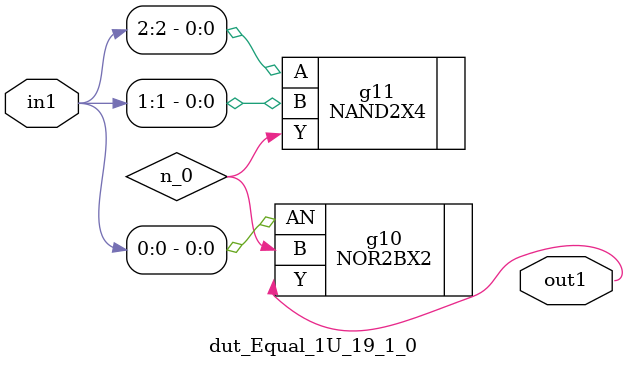
<source format=v>
`timescale 1ps / 1ps


module dut_Equal_1U_19_1_0(in1, out1);
  input [2:0] in1;
  output out1;
  wire [2:0] in1;
  wire out1;
  wire n_0;
  NOR2BX2 g10(.AN (in1[0]), .B (n_0), .Y (out1));
  NAND2X4 g11(.A (in1[2]), .B (in1[1]), .Y (n_0));
endmodule



</source>
